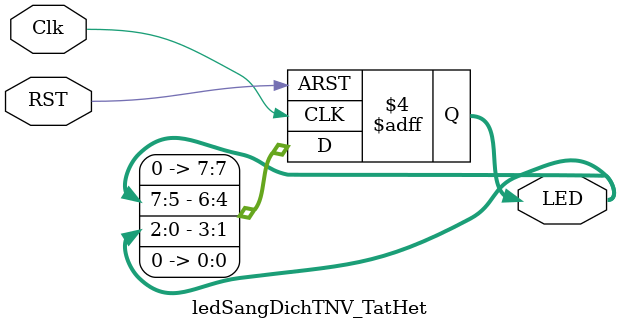
<source format=v>

`timescale 1ns/1ps

module ledSangDichTNV_TatHet (
    input Clk, RST,
    output reg [7:0]LED
);

    always @ (posedge Clk or posedge RST) begin
        if (RST) 
            LED = 8'b1000_0001;
        else begin
            LED[7:4] = LED[7:4] >> 1;
            LED[3:0] = LED[3:0] << 1;
        end
    end

endmodule

</source>
